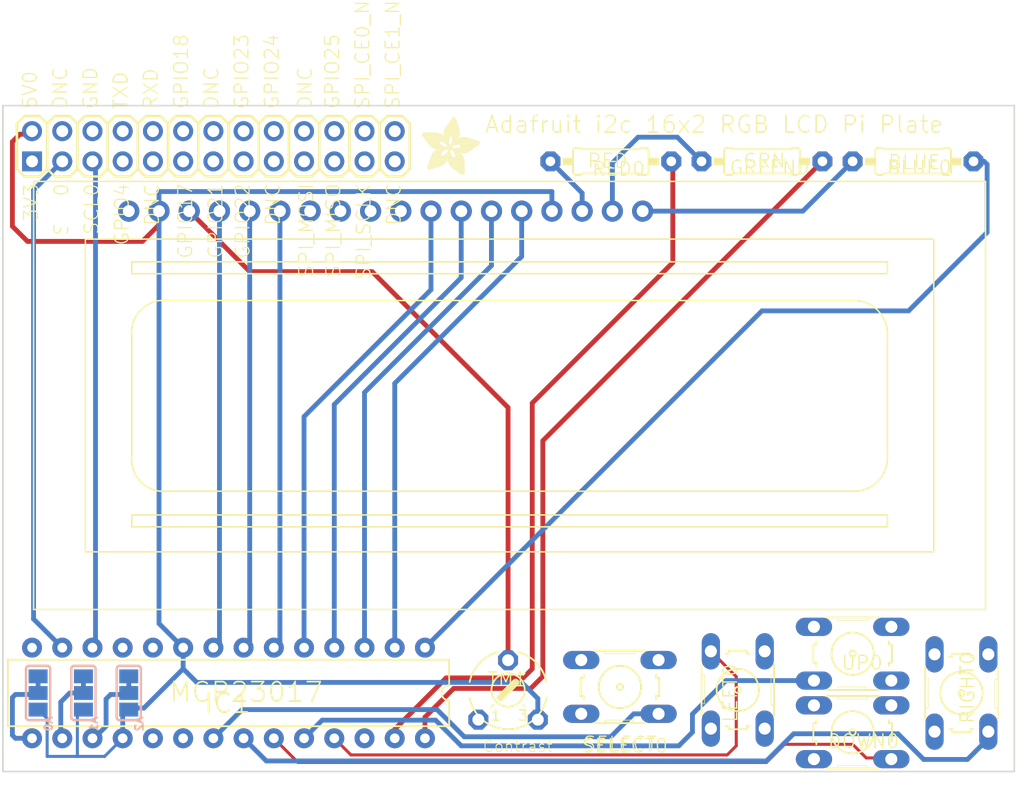
<source format=kicad_pcb>
(kicad_pcb (version 20211014) (generator pcbnew)
  (layers (0 "F.Cu" signal) (1 "In1.Cu" signal) (2 "In2.Cu" signal) (3 "In3.Cu" signal) (4 "In4.Cu" signal) (5 "In5.Cu" signal) (6 "In6.Cu" signal) (7 "In7.Cu" signal) (8 "In8.Cu" signal) (9 "In9.Cu" signal) (10 "In10.Cu" signal) (11 "In11.Cu" signal) (12 "In12.Cu" signal) (13 "In13.Cu" signal) (14 "In14.Cu" signal) (31 "B.Cu" signal) (34 "B.Paste" user) (35 "F.Paste" user) (36 "B.SilkS" user "B.Silkscreen") (37 "F.SilkS" user "F.Silkscreen") (38 "B.Mask" user) (39 "F.Mask" user) (44 "Edge.Cuts" user))
  (net 0 "")
  (net 1 "GND")
  (net 2 "+5V")
  (net 3 "SCL")
  (net 4 "SDA")
  (net 5 "N$2")
  (net 6 "N$3")
  (net 7 "N$4")
  (net 8 "N$5")
  (net 9 "GPA0")
  (net 10 "GPA1")
  (net 11 "GPA2")
  (net 12 "GPA3")
  (net 13 "GPA4")
  (net 14 "GPA6")
  (net 15 "GPA7")
  (net 16 "GPB0")
  (net 17 "GPB1")
  (net 18 "GPB2")
  (net 19 "GPB3")
  (net 20 "GPB4")
  (net 21 "GPB5")
  (net 22 "GPB6")
  (net 23 "GPB7")
  (footprint "boardEagle:6MM" (layer "F.Cu") (at 148.4561 126.1456)
    (fp_text reference "TM1" (at 1.651 -0.889) (layer "F.SilkS") (effects (font (size 1.1557 1.1557) (thickness 0.1143)) (justify right)))
    (fp_text value "10K")
    (fp_text user "1" (at -1.524 2.667) (layer "F.SilkS") (effects (font (size 0.871728 0.871728) (thickness 0.118872)) (justify left bottom)))
    (fp_text user "3" (at 0.762 2.667) (layer "F.SilkS") (effects (font (size 0.871728 0.871728) (thickness 0.118872)) (justify left bottom)))
    (pad "A" thru_hole roundrect (at -2.5 2.5) (size 1.6764 1.6764) (drill 1) (layers *.Cu *.Mask) (chamfer_ratio 0.2928932188) (chamfer top_left top_right bottom_left bottom_right) (net 1 "GND"))
    (pad "E" thru_hole roundrect (at 2.5 2.5) (size 1.6764 1.6764) (drill 1) (layers *.Cu *.Mask) (chamfer_ratio 0.2928932188) (chamfer top_left top_right bottom_left bottom_right) (net 2 "+5V"))
    (pad "S" thru_hole roundrect (at 0 -2.5) (size 1.6764 1.6764) (drill 1) (layers *.Cu *.Mask) (chamfer_ratio 0.2928932188) (chamfer top_left top_right bottom_left bottom_right) (net 8 "N$5"))
  )
  (footprint "boardEagle:RASBERRYPI_SHIELD" (layer "F.Cu") (at 191.0011 133.0036 90)
    (fp_text reference "U$4" hide)
    (fp_text value "RASPBERRYPI_BB" hide)
    (fp_text user "DNC" (at 55.626 -66.802 90) (layer "F.SilkS") (effects (font (size 1.1684 1.1684) (thickness 0.1016)) (justify left bottom)))
    (fp_text user "5V0" (at 55.626 -82.042 90) (layer "F.SilkS") (effects (font (size 1.1684 1.1684) (thickness 0.1016)) (justify left bottom)))
    (fp_text user "SPI_SCLK" (at 49.53 -55.372 90) (layer "F.SilkS") (effects (font (size 1.1684 1.1684) (thickness 0.1016)) (justify right top)))
    (fp_text user "3V3" (at 49.53 -83.312 90) (layer "F.SilkS") (effects (font (size 1.1684 1.1684) (thickness 0.1016)) (justify right top)))
    (fp_text user "SPI_CE0_N" (at 55.626 -54.102 90) (layer "F.SilkS") (effects (font (size 1.1684 1.1684) (thickness 0.1016)) (justify left bottom)))
    (fp_text user "GPIO21" (at 49.53 -67.818 90) (layer "F.SilkS") (effects (font (size 1.1684 1.1684) (thickness 0.1016)) (justify right top)))
    (fp_text user "SDA0" (at 49.53 -80.772 90) (layer "F.SilkS") (effects (font (size 1.1684 1.1684) (thickness 0.1016)) (justify right top)))
    (fp_text user "GPIO18" (at 55.626 -69.342 90) (layer "F.SilkS") (effects (font (size 1.1684 1.1684) (thickness 0.1016)) (justify left bottom)))
    (fp_text user "SPI_MISO" (at 49.53 -57.912 90) (layer "F.SilkS") (effects (font (size 1.1684 1.1684) (thickness 0.1016)) (justify right top)))
    (fp_text user "TXD" (at 55.626 -74.422 90) (layer "F.SilkS") (effects (font (size 1.1684 1.1684) (thickness 0.1016)) (justify left bottom)))
    (fp_text user "GPIO24" (at 55.626 -61.722 90) (layer "F.SilkS") (effects (font (size 1.1684 1.1684) (thickness 0.1016)) (justify left bottom)))
    (fp_text user "DNC" (at 55.626 -79.502 90) (layer "F.SilkS") (effects (font (size 1.1684 1.1684) (thickness 0.1016)) (justify left bottom)))
    (fp_text user "DNC" (at 49.53 -62.992 90) (layer "F.SilkS") (effects (font (size 1.1684 1.1684) (thickness 0.1016)) (justify right top)))
    (fp_text user "SPI_MOSI" (at 49.53 -60.198 90) (layer "F.SilkS") (effects (font (size 1.1684 1.1684) (thickness 0.1016)) (justify right top)))
    (fp_text user "GPIO25" (at 55.626 -56.642 90) (layer "F.SilkS") (effects (font (size 1.1684 1.1684) (thickness 0.1016)) (justify left bottom)))
    (fp_text user "GPIO17" (at 49.53 -70.358 90) (layer "F.SilkS") (effects (font (size 1.1684 1.1684) (thickness 0.1016)) (justify right top)))
    (fp_text user "RXD" (at 55.626 -71.882 90) (layer "F.SilkS") (effects (font (size 1.1684 1.1684) (thickness 0.1016)) (justify left bottom)))
    (fp_text user "GPIO4" (at 49.53 -75.692 90) (layer "F.SilkS") (effects (font (size 1.1684 1.1684) (thickness 0.1016)) (justify right top)))
    (fp_text user "GND" (at 55.626 -76.962 90) (layer "F.SilkS") (effects (font (size 1.1684 1.1684) (thickness 0.1016)) (justify left bottom)))
    (fp_text user "DNC" (at 49.53 -73.152 90) (layer "F.SilkS") (effects (font (size 1.1684 1.1684) (thickness 0.1016)) (justify right top)))
    (fp_text user "SCL0" (at 49.53 -78.232 90) (layer "F.SilkS") (effects (font (size 1.1684 1.1684) (thickness 0.1016)) (justify right top)))
    (fp_text user "SPI_CE1_N" (at 55.626 -51.562 90) (layer "F.SilkS") (effects (font (size 1.1684 1.1684) (thickness 0.1016)) (justify left bottom)))
    (fp_text user "DNC" (at 55.626 -58.928 90) (layer "F.SilkS") (effects (font (size 1.1684 1.1684) (thickness 0.1016)) (justify left bottom)))
    (fp_text user "DNC" (at 49.53 -52.832 90) (layer "F.SilkS") (effects (font (size 1.1684 1.1684) (thickness 0.1016)) (justify right top)))
    (fp_text user "GPIO22" (at 49.53 -65.532 90) (layer "F.SilkS") (effects (font (size 1.1684 1.1684) (thickness 0.1016)) (justify right top)))
    (fp_text user "GPIO23" (at 55.626 -64.262 90) (layer "F.SilkS") (effects (font (size 1.1684 1.1684) (thickness 0.1016)) (justify left bottom)))
    (fp_line (start 0 -85) (end 56 -85) (layer "Edge.Cuts") (width 0.127))
    (fp_line (start 56 -85) (end 56 0) (layer "Edge.Cuts") (width 0.127))
    (fp_line (start 0 0) (end 0 -85) (layer "Edge.Cuts") (width 0.127))
    (fp_line (start 56 0) (end 0 0) (layer "Edge.Cuts") (width 0.127))
    (pad "1" thru_hole rect (at 51.308 -82.55) (size 1.6764 1.6764) (drill 1) (layers *.Cu *.Mask))
    (pad "2" thru_hole circle (at 53.848 -82.55) (size 1.6764 1.6764) (drill 1) (layers *.Cu *.Mask) (net 2 "+5V"))
    (pad "3" thru_hole circle (at 51.308 -80.01) (size 1.6764 1.6764) (drill 1) (layers *.Cu *.Mask) (net 4 "SDA"))
    (pad "4" thru_hole circle (at 53.848 -80.01) (size 1.6764 1.6764) (drill 1) (layers *.Cu *.Mask))
    (pad "5" thru_hole circle (at 51.308 -77.47) (size 1.6764 1.6764) (drill 1) (layers *.Cu *.Mask) (net 3 "SCL"))
    (pad "6" thru_hole circle (at 53.848 -77.47) (size 1.6764 1.6764) (drill 1) (layers *.Cu *.Mask) (net 1 "GND"))
    (pad "7" thru_hole circle (at 51.308 -74.93) (size 1.6764 1.6764) (drill 1) (layers *.Cu *.Mask))
    (pad "8" thru_hole circle (at 53.848 -74.93) (size 1.6764 1.6764) (drill 1) (layers *.Cu *.Mask))
    (pad "9" thru_hole circle (at 51.308 -72.39) (size 1.6764 1.6764) (drill 1) (layers *.Cu *.Mask))
    (pad "10" thru_hole circle (at 53.848 -72.39) (size 1.6764 1.6764) (drill 1) (layers *.Cu *.Mask))
    (pad "11" thru_hole circle (at 51.308 -69.85) (size 1.6764 1.6764) (drill 1) (layers *.Cu *.Mask))
    (pad "12" thru_hole circle (at 53.848 -69.85) (size 1.6764 1.6764) (drill 1) (layers *.Cu *.Mask))
    (pad "13" thru_hole circle (at 51.308 -67.31) (size 1.6764 1.6764) (drill 1) (layers *.Cu *.Mask))
    (pad "14" thru_hole circle (at 53.848 -67.31) (size 1.6764 1.6764) (drill 1) (layers *.Cu *.Mask))
    (pad "15" thru_hole circle (at 51.308 -64.77) (size 1.6764 1.6764) (drill 1) (layers *.Cu *.Mask))
    (pad "16" thru_hole circle (at 53.848 -64.77) (size 1.6764 1.6764) (drill 1) (layers *.Cu *.Mask))
    (pad "17" thru_hole circle (at 51.308 -62.23) (size 1.6764 1.6764) (drill 1) (layers *.Cu *.Mask))
    (pad "18" thru_hole circle (at 53.848 -62.23) (size 1.6764 1.6764) (drill 1) (layers *.Cu *.Mask))
    (pad "19" thru_hole circle (at 51.308 -59.69) (size 1.6764 1.6764) (drill 1) (layers *.Cu *.Mask))
    (pad "20" thru_hole circle (at 53.848 -59.69) (size 1.6764 1.6764) (drill 1) (layers *.Cu *.Mask))
    (pad "21" thru_hole circle (at 51.308 -57.15) (size 1.6764 1.6764) (drill 1) (layers *.Cu *.Mask))
    (pad "22" thru_hole circle (at 53.848 -57.15) (size 1.6764 1.6764) (drill 1) (layers *.Cu *.Mask))
    (pad "23" thru_hole circle (at 51.308 -54.61) (size 1.6764 1.6764) (drill 1) (layers *.Cu *.Mask))
    (pad "24" thru_hole circle (at 53.848 -54.61) (size 1.6764 1.6764) (drill 1) (layers *.Cu *.Mask))
    (pad "25" thru_hole circle (at 51.308 -52.07) (size 1.6764 1.6764) (drill 1) (layers *.Cu *.Mask))
    (pad "26" thru_hole circle (at 53.848 -52.07) (size 1.6764 1.6764) (drill 1) (layers *.Cu *.Mask))
  )
  (footprint "boardEagle:B3F-10XX" (layer "F.Cu") (at 177.4121 129.7016)
    (fp_text reference "DOWN0" (at -2.159 0.762) (layer "F.SilkS") (effects (font (size 1.1557 1.1557) (thickness 0.1143)) (justify left)))
    (fp_text value "")
    (pad "1" thru_hole oval (at -3.2512 -2.2606) (size 3.048 1.524) (drill 1.016) (layers *.Cu *.Mask))
    (pad "2" thru_hole oval (at 3.2512 -2.2606) (size 3.048 1.524) (drill 1.016) (layers *.Cu *.Mask) (net 1 "GND"))
    (pad "3" thru_hole oval (at -3.2512 2.2606) (size 3.048 1.524) (drill 1.016) (layers *.Cu *.Mask))
    (pad "4" thru_hole oval (at 3.2512 2.2606) (size 3.048 1.524) (drill 1.016) (layers *.Cu *.Mask) (net 11 "GPA2"))
  )
  (footprint "boardEagle:DIL28-3-ROUND" (layer "F.Cu") (at 124.9611 126.3996 180)
    (fp_text reference "IC1" (at 2.159 -0.8636) (layer "F.SilkS") (effects (font (size 1.61798 1.61798) (thickness 0.16002)) (justify left)))
    (fp_text value "MCP23017SP2")
    (pad "1" thru_hole circle (at -16.51 3.81 270) (size 1.6764 1.6764) (drill 0.8128) (layers *.Cu *.Mask) (net 16 "GPB0"))
    (pad "2" thru_hole circle (at -13.97 3.81 270) (size 1.6764 1.6764) (drill 0.8128) (layers *.Cu *.Mask) (net 17 "GPB1"))
    (pad "3" thru_hole circle (at -11.43 3.81 270) (size 1.6764 1.6764) (drill 0.8128) (layers *.Cu *.Mask) (net 18 "GPB2"))
    (pad "4" thru_hole circle (at -8.89 3.81 270) (size 1.6764 1.6764) (drill 0.8128) (layers *.Cu *.Mask) (net 19 "GPB3"))
    (pad "5" thru_hole circle (at -6.35 3.81 270) (size 1.6764 1.6764) (drill 0.8128) (layers *.Cu *.Mask) (net 20 "GPB4"))
    (pad "6" thru_hole circle (at -3.81 3.81 270) (size 1.6764 1.6764) (drill 0.8128) (layers *.Cu *.Mask) (net 21 "GPB5"))
    (pad "7" thru_hole circle (at -1.27 3.81 270) (size 1.6764 1.6764) (drill 0.8128) (layers *.Cu *.Mask) (net 22 "GPB6"))
    (pad "8" thru_hole circle (at 1.27 3.81 270) (size 1.6764 1.6764) (drill 0.8128) (layers *.Cu *.Mask) (net 23 "GPB7"))
    (pad "9" thru_hole circle (at 3.81 3.81 270) (size 1.6764 1.6764) (drill 0.8128) (layers *.Cu *.Mask) (net 2 "+5V"))
    (pad "10" thru_hole circle (at 6.35 3.81 270) (size 1.6764 1.6764) (drill 0.8128) (layers *.Cu *.Mask) (net 1 "GND"))
    (pad "11" thru_hole circle (at 8.89 3.81 270) (size 1.6764 1.6764) (drill 0.8128) (layers *.Cu *.Mask))
    (pad "12" thru_hole circle (at 11.43 3.81 270) (size 1.6764 1.6764) (drill 0.8128) (layers *.Cu *.Mask) (net 3 "SCL"))
    (pad "13" thru_hole circle (at 13.97 3.81 270) (size 1.6764 1.6764) (drill 0.8128) (layers *.Cu *.Mask) (net 4 "SDA"))
    (pad "14" thru_hole circle (at 16.51 3.81 270) (size 1.6764 1.6764) (drill 0.8128) (layers *.Cu *.Mask))
    (pad "15" thru_hole circle (at 16.51 -3.81 270) (size 1.6764 1.6764) (drill 0.8128) (layers *.Cu *.Mask) (net 1 "GND"))
    (pad "16" thru_hole circle (at 13.97 -3.81 270) (size 1.6764 1.6764) (drill 0.8128) (layers *.Cu *.Mask) (net 1 "GND"))
    (pad "17" thru_hole circle (at 11.43 -3.81 270) (size 1.6764 1.6764) (drill 0.8128) (layers *.Cu *.Mask) (net 1 "GND"))
    (pad "18" thru_hole circle (at 8.89 -3.81 270) (size 1.6764 1.6764) (drill 0.8128) (layers *.Cu *.Mask) (net 2 "+5V"))
    (pad "19" thru_hole circle (at 6.35 -3.81 270) (size 1.6764 1.6764) (drill 0.8128) (layers *.Cu *.Mask))
    (pad "20" thru_hole circle (at 3.81 -3.81 270) (size 1.6764 1.6764) (drill 0.8128) (layers *.Cu *.Mask))
    (pad "21" thru_hole circle (at 1.27 -3.81 270) (size 1.6764 1.6764) (drill 0.8128) (layers *.Cu *.Mask) (net 9 "GPA0"))
    (pad "22" thru_hole circle (at -1.27 -3.81 270) (size 1.6764 1.6764) (drill 0.8128) (layers *.Cu *.Mask) (net 10 "GPA1"))
    (pad "23" thru_hole circle (at -3.81 -3.81 270) (size 1.6764 1.6764) (drill 0.8128) (layers *.Cu *.Mask) (net 11 "GPA2"))
    (pad "24" thru_hole circle (at -6.35 -3.81 270) (size 1.6764 1.6764) (drill 0.8128) (layers *.Cu *.Mask) (net 12 "GPA3"))
    (pad "25" thru_hole circle (at -8.89 -3.81 270) (size 1.6764 1.6764) (drill 0.8128) (layers *.Cu *.Mask) (net 13 "GPA4"))
    (pad "26" thru_hole circle (at -11.43 -3.81 270) (size 1.6764 1.6764) (drill 0.8128) (layers *.Cu *.Mask))
    (pad "27" thru_hole circle (at -13.97 -3.81 270) (size 1.6764 1.6764) (drill 0.8128) (layers *.Cu *.Mask) (net 14 "GPA6"))
    (pad "28" thru_hole circle (at -16.51 -3.81 270) (size 1.6764 1.6764) (drill 0.8128) (layers *.Cu *.Mask) (net 15 "GPA7"))
  )
  (footprint "boardEagle:B3F-10XX" (layer "F.Cu") (at 177.4121 123.0976)
    (fp_text reference "UP0" (at -1.016 0.762) (layer "F.SilkS") (effects (font (size 1.1557 1.1557) (thickness 0.1143)) (justify left)))
    (fp_text value "")
    (pad "1" thru_hole oval (at -3.2512 -2.2606) (size 3.048 1.524) (drill 1.016) (layers *.Cu *.Mask))
    (pad "2" thru_hole oval (at 3.2512 -2.2606) (size 3.048 1.524) (drill 1.016) (layers *.Cu *.Mask) (net 1 "GND"))
    (pad "3" thru_hole oval (at -3.2512 2.2606) (size 3.048 1.524) (drill 1.016) (layers *.Cu *.Mask) (net 12 "GPA3"))
    (pad "4" thru_hole oval (at 3.2512 2.2606) (size 3.048 1.524) (drill 1.016) (layers *.Cu *.Mask))
  )
  (footprint "boardEagle:B3F-10XX" (layer "F.Cu") (at 157.8541 125.8916)
    (fp_text reference "SELECT0" (at -3.302 4.953) (layer "F.SilkS") (effects (font (size 1.1557 1.1557) (thickness 0.1143)) (justify left)))
    (fp_text value "")
    (pad "1" thru_hole oval (at -3.2512 -2.2606) (size 3.048 1.524) (drill 1.016) (layers *.Cu *.Mask))
    (pad "2" thru_hole oval (at 3.2512 -2.2606) (size 3.048 1.524) (drill 1.016) (layers *.Cu *.Mask) (net 1 "GND"))
    (pad "3" thru_hole oval (at -3.2512 2.2606) (size 3.048 1.524) (drill 1.016) (layers *.Cu *.Mask))
    (pad "4" thru_hole oval (at 3.2512 2.2606) (size 3.048 1.524) (drill 1.016) (layers *.Cu *.Mask) (net 9 "GPA0"))
  )
  (footprint "boardEagle:0207_10" (layer "F.Cu") (at 169.7921 81.6956 180)
    (fp_text reference "GREEN0" (at 2.794 -0.508) (layer "F.SilkS") (effects (font (size 1.1557 1.1557) (thickness 0.1143)) (justify left)))
    (fp_text value "330")
    (pad "1" thru_hole roundrect (at -5.08 0 180) (size 1.6764 1.6764) (drill 0.8128) (layers *.Cu *.Mask) (chamfer_ratio 0.2928932188) (chamfer top_left top_right bottom_left bottom_right) (net 15 "GPA7"))
    (pad "2" thru_hole roundrect (at 5.08 0 180) (size 1.6764 1.6764) (drill 0.8128) (layers *.Cu *.Mask) (chamfer_ratio 0.2928932188) (chamfer top_left top_right bottom_left bottom_right) (net 6 "N$3"))
  )
  (footprint "boardEagle:B3F-10XX" (layer "F.Cu") (at 186.5561 126.3996 90)
    (fp_text reference "RIGHT0" (at -2.667 0.508 90) (layer "F.SilkS") (effects (font (size 1.1557 1.1557) (thickness 0.1143)) (justify left)))
    (fp_text value "")
    (pad "1" thru_hole oval (at -3.2512 -2.2606 90) (size 3.048 1.524) (drill 1.016) (layers *.Cu *.Mask))
    (pad "2" thru_hole oval (at 3.2512 -2.2606 90) (size 3.048 1.524) (drill 1.016) (layers *.Cu *.Mask) (net 1 "GND"))
    (pad "3" thru_hole oval (at -3.2512 2.2606 90) (size 3.048 1.524) (drill 1.016) (layers *.Cu *.Mask) (net 10 "GPA1"))
    (pad "4" thru_hole oval (at 3.2512 2.2606 90) (size 3.048 1.524) (drill 1.016) (layers *.Cu *.Mask))
  )
  (footprint "boardEagle:ADAFRUIT_5MM" (layer "F.Cu") (at 141.2171 82.8386)
    (fp_text reference "U$2" hide)
    (fp_text value "" hide)
  )
  (footprint "boardEagle:0207_10" (layer "F.Cu") (at 157.0921 81.6956)
    (fp_text reference "RED0" (at -1.651 0.635) (layer "F.SilkS") (effects (font (size 1.1557 1.1557) (thickness 0.1143)) (justify left)))
    (fp_text value "220")
    (pad "1" thru_hole roundrect (at -5.08 0) (size 1.6764 1.6764) (drill 0.8128) (layers *.Cu *.Mask) (chamfer_ratio 0.2928932188) (chamfer top_left top_right bottom_left bottom_right) (net 7 "N$4"))
    (pad "2" thru_hole roundrect (at 5.08 0) (size 1.6764 1.6764) (drill 0.8128) (layers *.Cu *.Mask) (chamfer_ratio 0.2928932188) (chamfer top_left top_right bottom_left bottom_right) (net 14 "GPA6"))
  )
  (footprint "boardEagle:LCD1602-RGB" (layer "F.Cu") (at 148.5831 101.3806)
    (fp_text reference "U$1" hide)
    (fp_text value "HD44780LCD_RGBLONGPINS" hide)
    (pad "" np_thru_hole circle (at -37.5 15.5) (size 2.8 2.8) (drill 2.8) (layers *.Cu *.Mask))
    (pad "" np_thru_hole circle (at 37.5 15.5) (size 2.8 2.8) (drill 2.8) (layers *.Cu *.Mask))
    (pad "" np_thru_hole circle (at 37.5 -15.5) (size 2.8 2.8) (drill 2.8) (layers *.Cu *.Mask))
    (pad "" np_thru_hole circle (at -37.5 -15.5) (size 2.8 2.8) (drill 2.8) (layers *.Cu *.Mask))
    (pad "1" thru_hole circle (at -32 -15.5 90) (size 1.778 1.778) (drill 1) (layers *.Cu *.Mask) (net 1 "GND"))
    (pad "2" thru_hole circle (at -29.46 -15.5 90) (size 1.778 1.778) (drill 1) (layers *.Cu *.Mask) (net 2 "+5V"))
    (pad "3" thru_hole circle (at -26.92 -15.5 90) (size 1.778 1.778) (drill 1) (layers *.Cu *.Mask) (net 8 "N$5"))
    (pad "4" thru_hole circle (at -24.38 -15.5 90) (size 1.778 1.778) (drill 1) (layers *.Cu *.Mask) (net 23 "GPB7"))
    (pad "5" thru_hole circle (at -21.84 -15.5 90) (size 1.778 1.778) (drill 1) (layers *.Cu *.Mask) (net 22 "GPB6"))
    (pad "6" thru_hole circle (at -19.3 -15.5 90) (size 1.778 1.778) (drill 1) (layers *.Cu *.Mask) (net 21 "GPB5"))
    (pad "7" thru_hole circle (at -16.76 -15.5 90) (size 1.778 1.778) (drill 1) (layers *.Cu *.Mask))
    (pad "8" thru_hole circle (at -14.22 -15.5 90) (size 1.778 1.778) (drill 1) (layers *.Cu *.Mask))
    (pad "9" thru_hole circle (at -11.68 -15.5 90) (size 1.778 1.778) (drill 1) (layers *.Cu *.Mask))
    (pad "10" thru_hole circle (at -9.14 -15.5 90) (size 1.778 1.778) (drill 1) (layers *.Cu *.Mask))
    (pad "11" thru_hole circle (at -6.6 -15.5 90) (size 1.778 1.778) (drill 1) (layers *.Cu *.Mask) (net 20 "GPB4"))
    (pad "12" thru_hole circle (at -4.06 -15.5 90) (size 1.778 1.778) (drill 1) (layers *.Cu *.Mask) (net 19 "GPB3"))
    (pad "13" thru_hole circle (at -1.52 -15.5 90) (size 1.778 1.778) (drill 1) (layers *.Cu *.Mask) (net 18 "GPB2"))
    (pad "14" thru_hole circle (at 1.02 -15.5 90) (size 1.778 1.778) (drill 1) (layers *.Cu *.Mask) (net 17 "GPB1"))
    (pad "15" thru_hole circle (at 3.56 -15.5 90) (size 1.778 1.778) (drill 1) (layers *.Cu *.Mask) (net 2 "+5V"))
    (pad "16" thru_hole circle (at 6.1 -15.5 90) (size 1.778 1.778) (drill 1) (layers *.Cu *.Mask) (net 7 "N$4"))
    (pad "17" thru_hole circle (at 8.64 -15.5 90) (size 1.778 1.778) (drill 1) (layers *.Cu *.Mask) (net 6 "N$3"))
    (pad "18" thru_hole circle (at 11.18 -15.5 90) (size 1.778 1.778) (drill 1) (layers *.Cu *.Mask) (net 5 "N$2"))
  )
  (footprint "boardEagle:B3F-10XX" (layer "F.Cu") (at 167.7601 126.1456 -90)
    (fp_text reference "LEFT0" (at -2.286 0.635 90) (layer "F.SilkS") (effects (font (size 1.1557 1.1557) (thickness 0.1143)) (justify right)))
    (fp_text value "")
    (pad "1" thru_hole oval (at -3.2512 -2.2606 270) (size 3.048 1.524) (drill 1.016) (layers *.Cu *.Mask))
    (pad "2" thru_hole oval (at 3.2512 -2.2606 270) (size 3.048 1.524) (drill 1.016) (layers *.Cu *.Mask) (net 1 "GND"))
    (pad "3" thru_hole oval (at -3.2512 2.2606 270) (size 3.048 1.524) (drill 1.016) (layers *.Cu *.Mask) (net 13 "GPA4"))
    (pad "4" thru_hole oval (at 3.2512 2.2606 270) (size 3.048 1.524) (drill 1.016) (layers *.Cu *.Mask))
  )
  (footprint "boardEagle:0207_10" (layer "F.Cu") (at 182.4921 81.6956)
    (fp_text reference "BLUE0" (at -2.286 0.508) (layer "F.SilkS") (effects (font (size 1.1557 1.1557) (thickness 0.1143)) (justify left)))
    (fp_text value "220")
    (pad "1" thru_hole roundrect (at -5.08 0) (size 1.6764 1.6764) (drill 0.8128) (layers *.Cu *.Mask) (chamfer_ratio 0.2928932188) (chamfer top_left top_right bottom_left bottom_right) (net 5 "N$2"))
    (pad "2" thru_hole roundrect (at 5.08 0) (size 1.6764 1.6764) (drill 0.8128) (layers *.Cu *.Mask) (chamfer_ratio 0.2928932188) (chamfer top_left top_right bottom_left bottom_right) (net 16 "GPB0"))
  )
  (footprint "boardEagle:SOLDERJUMPER_2WAY_OPEN_NOPASTE" (layer "B.Cu") (at 112.7691 126.3996 90)
    (fp_text reference "A1" (at -1.905 1.27 270) (layer "B.SilkS") (effects (font (size 0.666496 0.666496) (thickness 0.146304)) (justify left bottom mirror)))
    (fp_text value "")
    (pad "1" smd rect (at -1.397 0 90) (size 1.1684 1.6002) (layers "B.Cu" "B.Mask") (net 2 "+5V"))
    (pad "2" smd rect (at 0 0 90) (size 1.1684 1.6002) (layers "B.Cu" "B.Paste" "B.Mask") (net 1 "GND"))
    (pad "3" smd rect (at 1.397 0 90) (size 1.1684 1.6002) (layers "B.Cu" "B.Mask") (net 1 "GND"))
  )
  (footprint "boardEagle:SOLDERJUMPER_2WAY_OPEN_NOPASTE" (layer "B.Cu") (at 108.9591 126.3996 90)
    (fp_text reference "A0" (at -1.905 1.27 270) (layer "B.SilkS") (effects (font (size 0.666496 0.666496) (thickness 0.146304)) (justify left bottom mirror)))
    (fp_text value "")
    (pad "1" smd rect (at -1.397 0 90) (size 1.1684 1.6002) (layers "B.Cu" "B.Mask") (net 2 "+5V"))
    (pad "2" smd rect (at 0 0 90) (size 1.1684 1.6002) (layers "B.Cu" "B.Paste" "B.Mask") (net 1 "GND"))
    (pad "3" smd rect (at 1.397 0 90) (size 1.1684 1.6002) (layers "B.Cu" "B.Mask") (net 1 "GND"))
  )
  (footprint "boardEagle:SOLDERJUMPER_2WAY_OPEN_NOPASTE" (layer "B.Cu") (at 116.5791 126.3996 90)
    (fp_text reference "A2" (at -1.905 1.27 270) (layer "B.SilkS") (effects (font (size 0.666496 0.666496) (thickness 0.146304)) (justify left bottom mirror)))
    (fp_text value "")
    (pad "1" smd rect (at -1.397 0 90) (size 1.1684 1.6002) (layers "B.Cu" "B.Mask") (net 2 "+5V"))
    (pad "2" smd rect (at 0 0 90) (size 1.1684 1.6002) (layers "B.Cu" "B.Paste" "B.Mask") (net 1 "GND"))
    (pad "3" smd rect (at 1.397 0 90) (size 1.1684 1.6002) (layers "B.Cu" "B.Mask") (net 1 "GND"))
  )
  (gr_text "SELECT" (at 154.6791 131.3526) (layer "F.SilkS") (effects (font (size 1.1684 1.1684) (thickness 0.1016)) (justify left bottom)))
  (gr_text "RED" (at 155.0601 82.3306) (layer "F.SilkS") (effects (font (size 1.1684 1.1684) (thickness 0.1016)) (justify left bottom)))
  (gr_text "MCP23017" (at 119.8811 127.2886) (layer "F.SilkS") (effects (font (size 1.63576 1.63576) (thickness 0.14224)) (justify left bottom)))
  (gr_text "Contrast" (at 152.2661 130.3366) (layer "F.SilkS") (effects (font (size 0.93472 0.93472) (thickness 0.08128)) (justify right top)))
  (gr_text "Adafruit i2c 16x2 RGB LCD Pi Plate" (at 146.4241 79.4096) (layer "F.SilkS") (effects (font (size 1.40208 1.40208) (thickness 0.12192)) (justify left bottom)))
  (gr_text "GRN" (at 168.1411 82.3306) (layer "F.SilkS") (effects (font (size 1.1684 1.1684) (thickness 0.1016)) (justify left bottom)))
  (gr_text "BLUE" (at 180.3331 82.4576) (layer "F.SilkS") (effects (font (size 1.1684 1.1684) (thickness 0.1016)) (justify left bottom)))
  (segment (start 107.0541 126.5266) (end 106.8001 126.7806) (width 0.4064) (layer "B.Cu") (net 1))
  (segment (start 106.8001 126.7806) (end 106.8001 129.9556) (width 0.4064) (layer "B.Cu") (net 1))
  (segment (start 111.6261 126.3996) (end 112.7691 126.3996) (width 0.4064) (layer "B.Cu") (net 1))
  (segment (start 114.6741 129.1936) (end 114.6741 126.9076) (width 0.4064) (layer "B.Cu") (net 1))
  (segment (start 108.9591 126.3996) (end 108.8321 126.5266) (width 0.4064) (layer "B.Cu") (net 1))
  (segment (start 107.0541 130.2096) (end 108.4511 130.2096) (width 0.4064) (layer "B.Cu") (net 1))
  (segment (start 110.9911 130.2096) (end 110.8641 130.0826) (width 0.4064) (layer "B.Cu") (net 1))
  (segment (start 108.8321 126.5266) (end 107.0541 126.5266) (width 0.4064) (layer "B.Cu") (net 1))
  (segment (start 115.0551 126.5266) (end 116.4521 126.5266) (width 0.4064) (layer "B.Cu") (net 1))
  (segment (start 108.9591 126.3996) (end 108.9591 125.0026) (width 0.4064) (layer "B.Cu") (net 1))
  (segment (start 116.4521 126.5266) (end 116.5791 126.3996) (width 0.4064) (layer "B.Cu") (net 1))
  (segment (start 110.8641 130.0826) (end 110.8641 127.1616) (width 0.4064) (layer "B.Cu") (net 1))
  (segment (start 116.5791 126.3996) (end 116.5791 125.0026) (width 0.4064) (layer "B.Cu") (net 1))
  (segment (start 110.8641 127.1616) (end 111.6261 126.3996) (width 0.4064) (layer "B.Cu") (net 1))
  (segment (start 113.6581 130.2096) (end 114.6741 129.1936) (width 0.4064) (layer "B.Cu") (net 1))
  (segment (start 106.8001 129.9556) (end 107.0541 130.2096) (width 0.4064) (layer "B.Cu") (net 1))
  (segment (start 113.5311 130.2096) (end 113.6581 130.2096) (width 0.4064) (layer "B.Cu") (net 1))
  (segment (start 112.7691 126.3996) (end 112.7691 125.0026) (width 0.4064) (layer "B.Cu") (net 1))
  (segment (start 114.6741 126.9076) (end 115.0551 126.5266) (width 0.4064) (layer "B.Cu") (net 1))
  (segment (start 108.1971 79.4096) (end 108.4511 79.1556) (width 0.4064) (layer "F.Cu") (net 2))
  (segment (start 106.8001 80.0446) (end 107.4351 79.4096) (width 0.4064) (layer "F.Cu") (net 2))
  (segment (start 119.1231 87.0256) (end 117.7221 88.4266) (width 0.4064) (layer "F.Cu") (net 2))
  (segment (start 117.7221 88.4266) (end 108.0701 88.4266) (width 0.4064) (layer "F.Cu") (net 2))
  (segment (start 106.8001 87.1566) (end 106.8001 80.0446) (width 0.4064) (layer "F.Cu") (net 2))
  (segment (start 119.1231 85.8806) (end 119.1231 87.0256) (width 0.4064) (layer "F.Cu") (net 2))
  (segment (start 108.0701 88.4266) (end 106.8001 87.1566) (width 0.4064) (layer "F.Cu") (net 2))
  (segment (start 107.4351 79.4096) (end 108.1971 79.4096) (width 0.4064) (layer "F.Cu") (net 2))
  (segment (start 150.9561 126.8676) (end 150.9561 128.6456) (width 0.4064) (layer "B.Cu") (net 2))
  (segment (start 152.1391 85.8806) (end 152.1431 85.8806) (width 0.4064) (layer "B.Cu") (net 2))
  (segment (start 116.0711 130.2096) (end 114.5471 131.7336) (width 0.254) (layer "B.Cu") (net 2))
  (segment (start 149.5991 125.5106) (end 150.9561 126.8676) (width 0.4064) (layer "B.Cu") (net 2))
  (segment (start 116.0711 128.3046) (end 116.5791 127.7966) (width 0.4064) (layer "B.Cu") (net 2))
  (segment (start 114.5471 131.7336) (end 112.2611 131.7336) (width 0.254) (layer "B.Cu") (net 2))
  (segment (start 112.2611 128.3046) (end 112.7691 127.7966) (width 0.254) (layer "B.Cu") (net 2))
  (segment (start 121.1511 124.3676) (end 122.2941 125.5106) (width 0.4064) (layer "B.Cu") (net 2))
  (segment (start 112.2611 131.7336) (end 112.2611 128.3046) (width 0.254) (layer "B.Cu") (net 2))
  (segment (start 119.1231 120.5616) (end 119.1231 85.8806) (width 0.4064) (layer "B.Cu") (net 2))
  (segment (start 121.1511 122.5896) (end 119.1231 120.5616) (width 0.4064) (layer "B.Cu") (net 2))
  (segment (start 152.1391 84.2356) (end 152.1391 85.8806) (width 0.4064) (layer "B.Cu") (net 2))
  (segment (start 119.1231 84.2356) (end 152.1391 84.2356) (width 0.4064) (layer "B.Cu") (net 2))
  (segment (start 122.2941 125.5106) (end 149.5991 125.5106) (width 0.4064) (layer "B.Cu") (net 2))
  (segment (start 121.1511 124.3676) (end 117.8491 127.6696) (width 0.4064) (layer "B.Cu") (net 2))
  (segment (start 109.7211 128.5586) (end 109.7211 131.7336) (width 0.254) (layer "B.Cu") (net 2))
  (segment (start 117.8491 127.6696) (end 116.7061 127.6696) (width 0.4064) (layer "B.Cu") (net 2))
  (segment (start 116.7061 127.6696) (end 116.5791 127.7966) (width 0.4064) (layer "B.Cu") (net 2))
  (segment (start 119.1231 85.8806) (end 119.1231 84.2356) (width 0.4064) (layer "B.Cu") (net 2))
  (segment (start 116.0711 130.2096) (end 116.0711 128.3046) (width 0.4064) (layer "B.Cu") (net 2))
  (segment (start 121.1511 122.5896) (end 121.1511 124.3676) (width 0.4064) (layer "B.Cu") (net 2))
  (segment (start 109.7211 131.7336) (end 112.2611 131.7336) (width 0.254) (layer "B.Cu") (net 2))
  (segment (start 108.9591 127.7966) (end 109.7211 128.5586) (width 0.254) (layer "B.Cu") (net 2))
  (segment (start 113.7851 82.2036) (end 113.5311 81.9496) (width 0.4064) (layer "B.Cu") (net 3))
  (segment (start 113.7851 122.3356) (end 113.7851 82.2036) (width 0.4064) (layer "B.Cu") (net 3))
  (segment (start 113.5311 122.5896) (end 113.7851 122.3356) (width 0.4064) (layer "B.Cu") (net 3))
  (segment (start 113.5311 81.9496) (end 113.5311 81.6956) (width 0.4064) (layer "B.Cu") (net 3))
  (segment (start 110.9911 122.5896) (end 108.5781 120.1766) (width 0.4064) (layer "B.Cu") (net 4))
  (segment (start 108.5781 84.1086) (end 110.9911 81.6956) (width 0.4064) (layer "B.Cu") (net 4))
  (segment (start 108.5781 120.1766) (end 108.5781 84.1086) (width 0.4064) (layer "B.Cu") (net 4))
  (segment (start 173.2271 85.8806) (end 177.4121 81.6956) (width 0.4064) (layer "B.Cu") (net 5))
  (segment (start 159.7631 85.8806) (end 173.2271 85.8806) (width 0.4064) (layer "B.Cu") (net 5))
  (segment (start 157.2231 81.8186) (end 159.3781 79.6636) (width 0.4064) (layer "B.Cu") (net 6))
  (segment (start 159.3781 79.6636) (end 162.6801 79.6636) (width 0.4064) (layer "B.Cu") (net 6))
  (segment (start 157.2231 85.8806) (end 157.2231 81.8186) (width 0.4064) (layer "B.Cu") (net 6))
  (segment (start 162.6801 79.6636) (end 164.7121 81.6956) (width 0.4064) (layer "B.Cu") (net 6))
  (segment (start 154.6831 85.8806) (end 154.6831 84.3666) (width 0.4064) (layer "B.Cu") (net 7))
  (segment (start 154.6831 84.3666) (end 152.0121 81.6956) (width 0.4064) (layer "B.Cu") (net 7))
  (segment (start 126.7491 90.9666) (end 121.6631 85.8806) (width 0.4064) (layer "F.Cu") (net 8))
  (segment (start 148.4561 102.3966) (end 137.0261 90.9666) (width 0.4064) (layer "F.Cu") (net 8))
  (segment (start 137.0261 90.9666) (end 126.7491 90.9666) (width 0.4064) (layer "F.Cu") (net 8))
  (segment (start 148.4561 123.6456) (end 148.4561 102.3966) (width 0.4064) (layer "F.Cu") (net 8))
  (segment (start 157.0921 130.0826) (end 159.0225 128.1522) (width 0.4064) (layer "B.Cu") (net 9))
  (segment (start 142.4871 127.7966) (end 144.7731 130.0826) (width 0.4064) (layer "B.Cu") (net 9))
  (segment (start 159.0225 128.1522) (end 161.1053 128.1522) (width 0.4064) (layer "B.Cu") (net 9))
  (segment (start 126.1041 127.7966) (end 142.4871 127.7966) (width 0.4064) (layer "B.Cu") (net 9))
  (segment (start 123.6911 130.2096) (end 126.1041 127.7966) (width 0.4064) (layer "B.Cu") (net 9))
  (segment (start 144.7731 130.0826) (end 157.0921 130.0826) (width 0.4064) (layer "B.Cu") (net 9))
  (segment (start 126.2311 130.2096) (end 128.1361 132.1146) (width 0.4064) (layer "B.Cu") (net 10))
  (segment (start 170.1731 132.1146) (end 172.4591 129.8286) (width 0.4064) (layer "B.Cu") (net 10))
  (segment (start 181.2221 129.8286) (end 183.3811 131.9876) (width 0.4064) (layer "B.Cu") (net 10))
  (segment (start 128.1361 132.1146) (end 170.1731 132.1146) (width 0.4064) (layer "B.Cu") (net 10))
  (segment (start 183.3811 131.9876) (end 187.0641 131.9876) (width 0.4064) (layer "B.Cu") (net 10))
  (segment (start 188.8167 130.235) (end 188.8167 129.6508) (width 0.4064) (layer "B.Cu") (net 10))
  (segment (start 172.4591 129.8286) (end 181.2221 129.8286) (width 0.4064) (layer "B.Cu") (net 10))
  (segment (start 187.0641 131.9876) (end 188.8167 130.235) (width 0.4064) (layer "B.Cu") (net 10))
  (segment (start 128.7711 130.2096) (end 130.8031 132.2416) (width 0.254) (layer "F.Cu") (net 11))
  (segment (start 130.8031 132.2416) (end 170.1731 132.2416) (width 0.254) (layer "F.Cu") (net 11))
  (segment (start 178.5551 131.8606) (end 179.9521 131.8606) (width 0.254) (layer "F.Cu") (net 11))
  (segment (start 171.6971 130.7176) (end 177.4121 130.7176) (width 0.254) (layer "F.Cu") (net 11))
  (segment (start 180.0537 131.9622) (end 180.6633 131.9622) (width 0.254) (layer "F.Cu") (net 11))
  (segment (start 179.9521 131.8606) (end 180.0537 131.9622) (width 0.254) (layer "F.Cu") (net 11))
  (segment (start 170.1731 132.2416) (end 171.6971 130.7176) (width 0.254) (layer "F.Cu") (net 11))
  (segment (start 177.4121 130.7176) (end 178.5551 131.8606) (width 0.254) (layer "F.Cu") (net 11))
  (segment (start 163.9501 128.1776) (end 166.7695 125.3582) (width 0.4064) (layer "B.Cu") (net 12))
  (segment (start 131.3111 130.2096) (end 132.8351 128.6856) (width 0.4064) (layer "B.Cu") (net 12))
  (segment (start 163.9501 129.7016) (end 163.9501 128.1776) (width 0.4064) (layer "B.Cu") (net 12))
  (segment (start 166.7695 125.3582) (end 174.1609 125.3582) (width 0.4064) (layer "B.Cu") (net 12))
  (segment (start 144.5191 130.8446) (end 162.8071 130.8446) (width 0.4064) (layer "B.Cu") (net 12))
  (segment (start 132.8351 128.6856) (end 142.3601 128.6856) (width 0.4064) (layer "B.Cu") (net 12))
  (segment (start 162.8071 130.8446) (end 163.9501 129.7016) (width 0.4064) (layer "B.Cu") (net 12))
  (segment (start 142.3601 128.6856) (end 144.5191 130.8446) (width 0.4064) (layer "B.Cu") (net 12))
  (segment (start 135.2481 131.6066) (end 166.8711 131.6066) (width 0.254) (layer "F.Cu") (net 13))
  (segment (start 167.6331 125.028) (end 165.4995 122.8944) (width 0.254) (layer "F.Cu") (net 13))
  (segment (start 167.6331 130.8446) (end 167.6331 125.028) (width 0.254) (layer "F.Cu") (net 13))
  (segment (start 133.8511 130.2096) (end 135.2481 131.6066) (width 0.254) (layer "F.Cu") (net 13))
  (segment (start 166.8711 131.6066) (end 167.6331 130.8446) (width 0.254) (layer "F.Cu") (net 13))
  (segment (start 162.2991 81.8226) (end 162.1721 81.6956) (width 0.4064) (layer "F.Cu") (net 14))
  (segment (start 150.4881 102.0156) (end 162.2991 90.2046) (width 0.4064) (layer "F.Cu") (net 14))
  (segment (start 143.2491 125.1296) (end 149.7261 125.1296) (width 0.4064) (layer "F.Cu") (net 14))
  (segment (start 138.9311 129.4476) (end 143.2491 125.1296) (width 0.4064) (layer "F.Cu") (net 14))
  (segment (start 162.2991 90.2046) (end 162.2991 81.8226) (width 0.4064) (layer "F.Cu") (net 14))
  (segment (start 149.7261 125.1296) (end 150.4881 124.3676) (width 0.4064) (layer "F.Cu") (net 14))
  (segment (start 138.9311 130.2096) (end 138.9311 129.4476) (width 0.4064) (layer "F.Cu") (net 14))
  (segment (start 150.4881 124.3676) (end 150.4881 102.0156) (width 0.4064) (layer "F.Cu") (net 14))
  (segment (start 151.3771 125.0026) (end 151.3771 105.1906) (width 0.4064) (layer "F.Cu") (net 15))
  (segment (start 141.4711 128.4316) (end 143.8841 126.0186) (width 0.4064) (layer "F.Cu") (net 15))
  (segment (start 143.8841 126.0186) (end 150.3611 126.0186) (width 0.4064) (layer "F.Cu") (net 15))
  (segment (start 150.3611 126.0186) (end 151.3771 125.0026) (width 0.4064) (layer "F.Cu") (net 15))
  (segment (start 141.4711 130.2096) (end 141.4711 128.4316) (width 0.4064) (layer "F.Cu") (net 15))
  (segment (start 151.3771 105.1906) (end 174.8721 81.6956) (width 0.4064) (layer "F.Cu") (net 15))
  (segment (start 141.4711 122.5896) (end 169.7921 94.2686) (width 0.4064) (layer "B.Cu") (net 16))
  (segment (start 182.1111 94.2686) (end 188.7151 87.6646) (width 0.4064) (layer "B.Cu") (net 16))
  (segment (start 169.7921 94.2686) (end 182.1111 94.2686) (width 0.4064) (layer "B.Cu") (net 16))
  (segment (start 188.4611 81.6956) (end 187.5721 81.6956) (width 0.4064) (layer "B.Cu") (net 16))
  (segment (start 188.7151 81.9496) (end 188.4611 81.6956) (width 0.4064) (layer "B.Cu") (net 16))
  (segment (start 188.7151 87.6646) (end 188.7151 81.9496) (width 0.4064) (layer "B.Cu") (net 16))
  (segment (start 138.9311 100.3646) (end 149.5991 89.6966) (width 0.4064) (layer "B.Cu") (net 17))
  (segment (start 149.5991 85.8846) (end 149.6031 85.8806) (width 0.4064) (layer "B.Cu") (net 17))
  (segment (start 138.9311 122.5896) (end 138.9311 100.3646) (width 0.4064) (layer "B.Cu") (net 17))
  (segment (start 149.5991 89.6966) (end 149.5991 85.8846) (width 0.4064) (layer "B.Cu") (net 17))
  (segment (start 147.0591 85.8846) (end 147.0631 85.8806) (width 0.4064) (layer "B.Cu") (net 18))
  (segment (start 147.0591 90.4586) (end 147.0591 85.8846) (width 0.4064) (layer "B.Cu") (net 18))
  (segment (start 136.3911 101.1266) (end 147.0591 90.4586) (width 0.4064) (layer "B.Cu") (net 18))
  (segment (start 136.3911 122.5896) (end 136.3911 101.1266) (width 0.4064) (layer "B.Cu") (net 18))
  (segment (start 133.8511 122.5896) (end 133.8511 102.1426) (width 0.4064) (layer "B.Cu") (net 19))
  (segment (start 133.8511 102.1426) (end 144.5191 91.4746) (width 0.4064) (layer "B.Cu") (net 19))
  (segment (start 144.5191 91.4746) (end 144.5191 85.8846) (width 0.4064) (layer "B.Cu") (net 19))
  (segment (start 144.5191 85.8846) (end 144.5231 85.8806) (width 0.4064) (layer "B.Cu") (net 19))
  (segment (start 141.9791 92.4906) (end 141.9791 85.8846) (width 0.4064) (layer "B.Cu") (net 20))
  (segment (start 131.3111 103.1586) (end 141.9791 92.4906) (width 0.4064) (layer "B.Cu") (net 20))
  (segment (start 141.9791 85.8846) (end 141.9831 85.8806) (width 0.4064) (layer "B.Cu") (net 20))
  (segment (start 131.3111 122.5896) (end 131.3111 103.1586) (width 0.4064) (layer "B.Cu") (net 20))
  (segment (start 129.2831 122.0776) (end 129.2831 85.8806) (width 0.4064) (layer "B.Cu") (net 21))
  (segment (start 128.7711 122.5896) (end 129.2831 122.0776) (width 0.4064) (layer "B.Cu") (net 21))
  (segment (start 126.2311 122.5896) (end 126.7431 122.0776) (width 0.4064) (layer "B.Cu") (net 22))
  (segment (start 126.7431 122.0776) (end 126.7431 85.8806) (width 0.4064) (layer "B.Cu") (net 22))
  (segment (start 123.6911 122.5896) (end 124.2031 122.0776) (width 0.4064) (layer "B.Cu") (net 23))
  (segment (start 124.2031 122.0776) (end 124.2031 85.8806) (width 0.4064) (layer "B.Cu") (net 23))
)
</source>
